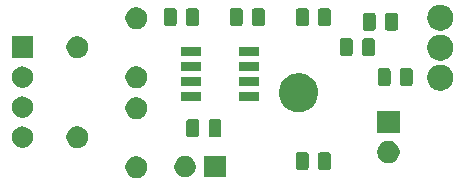
<source format=gbr>
G04 #@! TF.GenerationSoftware,KiCad,Pcbnew,5.1.5-52549c5~86~ubuntu16.04.1*
G04 #@! TF.CreationDate,2020-07-22T23:43:53+05:30*
G04 #@! TF.ProjectId,IR_Sensor_Module_555_V1.0,49525f53-656e-4736-9f72-5f4d6f64756c,rev?*
G04 #@! TF.SameCoordinates,Original*
G04 #@! TF.FileFunction,Soldermask,Top*
G04 #@! TF.FilePolarity,Negative*
%FSLAX46Y46*%
G04 Gerber Fmt 4.6, Leading zero omitted, Abs format (unit mm)*
G04 Created by KiCad (PCBNEW 5.1.5-52549c5~86~ubuntu16.04.1) date 2020-07-22 23:43:53*
%MOMM*%
%LPD*%
G04 APERTURE LIST*
%ADD10C,0.100000*%
G04 APERTURE END LIST*
D10*
G36*
X112030104Y-113409585D02*
G01*
X112198626Y-113479389D01*
X112350291Y-113580728D01*
X112479272Y-113709709D01*
X112580611Y-113861374D01*
X112650415Y-114029896D01*
X112686000Y-114208797D01*
X112686000Y-114391203D01*
X112650415Y-114570104D01*
X112580611Y-114738626D01*
X112479272Y-114890291D01*
X112350291Y-115019272D01*
X112198626Y-115120611D01*
X112030104Y-115190415D01*
X111851203Y-115226000D01*
X111668797Y-115226000D01*
X111489896Y-115190415D01*
X111321374Y-115120611D01*
X111169709Y-115019272D01*
X111040728Y-114890291D01*
X110939389Y-114738626D01*
X110869585Y-114570104D01*
X110834000Y-114391203D01*
X110834000Y-114208797D01*
X110869585Y-114029896D01*
X110939389Y-113861374D01*
X111040728Y-113709709D01*
X111169709Y-113580728D01*
X111321374Y-113479389D01*
X111489896Y-113409585D01*
X111668797Y-113374000D01*
X111851203Y-113374000D01*
X112030104Y-113409585D01*
G37*
G36*
X119333005Y-115159717D02*
G01*
X117531005Y-115159717D01*
X117531005Y-113357717D01*
X119333005Y-113357717D01*
X119333005Y-115159717D01*
G37*
G36*
X116005517Y-113362644D02*
G01*
X116154817Y-113392341D01*
X116318789Y-113460261D01*
X116466359Y-113558864D01*
X116591858Y-113684363D01*
X116690461Y-113831933D01*
X116758381Y-113995905D01*
X116793005Y-114169976D01*
X116793005Y-114347458D01*
X116758381Y-114521529D01*
X116690461Y-114685501D01*
X116591858Y-114833071D01*
X116466359Y-114958570D01*
X116318789Y-115057173D01*
X116154817Y-115125093D01*
X116005517Y-115154790D01*
X115980747Y-115159717D01*
X115803263Y-115159717D01*
X115778493Y-115154790D01*
X115629193Y-115125093D01*
X115465221Y-115057173D01*
X115317651Y-114958570D01*
X115192152Y-114833071D01*
X115093549Y-114685501D01*
X115025629Y-114521529D01*
X114991005Y-114347458D01*
X114991005Y-114169976D01*
X115025629Y-113995905D01*
X115093549Y-113831933D01*
X115192152Y-113684363D01*
X115317651Y-113558864D01*
X115465221Y-113460261D01*
X115629193Y-113392341D01*
X115778493Y-113362644D01*
X115803263Y-113357717D01*
X115980747Y-113357717D01*
X116005517Y-113362644D01*
G37*
G36*
X128055468Y-113045565D02*
G01*
X128094138Y-113057296D01*
X128129777Y-113076346D01*
X128161017Y-113101983D01*
X128186654Y-113133223D01*
X128205704Y-113168862D01*
X128217435Y-113207532D01*
X128222000Y-113253888D01*
X128222000Y-114330112D01*
X128217435Y-114376468D01*
X128205704Y-114415138D01*
X128186654Y-114450777D01*
X128161017Y-114482017D01*
X128129777Y-114507654D01*
X128094138Y-114526704D01*
X128055468Y-114538435D01*
X128009112Y-114543000D01*
X127357888Y-114543000D01*
X127311532Y-114538435D01*
X127272862Y-114526704D01*
X127237223Y-114507654D01*
X127205983Y-114482017D01*
X127180346Y-114450777D01*
X127161296Y-114415138D01*
X127149565Y-114376468D01*
X127145000Y-114330112D01*
X127145000Y-113253888D01*
X127149565Y-113207532D01*
X127161296Y-113168862D01*
X127180346Y-113133223D01*
X127205983Y-113101983D01*
X127237223Y-113076346D01*
X127272862Y-113057296D01*
X127311532Y-113045565D01*
X127357888Y-113041000D01*
X128009112Y-113041000D01*
X128055468Y-113045565D01*
G37*
G36*
X126180468Y-113045565D02*
G01*
X126219138Y-113057296D01*
X126254777Y-113076346D01*
X126286017Y-113101983D01*
X126311654Y-113133223D01*
X126330704Y-113168862D01*
X126342435Y-113207532D01*
X126347000Y-113253888D01*
X126347000Y-114330112D01*
X126342435Y-114376468D01*
X126330704Y-114415138D01*
X126311654Y-114450777D01*
X126286017Y-114482017D01*
X126254777Y-114507654D01*
X126219138Y-114526704D01*
X126180468Y-114538435D01*
X126134112Y-114543000D01*
X125482888Y-114543000D01*
X125436532Y-114538435D01*
X125397862Y-114526704D01*
X125362223Y-114507654D01*
X125330983Y-114482017D01*
X125305346Y-114450777D01*
X125286296Y-114415138D01*
X125274565Y-114376468D01*
X125270000Y-114330112D01*
X125270000Y-113253888D01*
X125274565Y-113207532D01*
X125286296Y-113168862D01*
X125305346Y-113133223D01*
X125330983Y-113101983D01*
X125362223Y-113076346D01*
X125397862Y-113057296D01*
X125436532Y-113045565D01*
X125482888Y-113041000D01*
X126134112Y-113041000D01*
X126180468Y-113045565D01*
G37*
G36*
X133373395Y-112115546D02*
G01*
X133546466Y-112187234D01*
X133563515Y-112198626D01*
X133702227Y-112291310D01*
X133834690Y-112423773D01*
X133834691Y-112423775D01*
X133938766Y-112579534D01*
X134010454Y-112752605D01*
X134047000Y-112936333D01*
X134047000Y-113123667D01*
X134010454Y-113307395D01*
X133938766Y-113480466D01*
X133938765Y-113480467D01*
X133834690Y-113636227D01*
X133702227Y-113768690D01*
X133623818Y-113821081D01*
X133546466Y-113872766D01*
X133373395Y-113944454D01*
X133189667Y-113981000D01*
X133002333Y-113981000D01*
X132818605Y-113944454D01*
X132645534Y-113872766D01*
X132568182Y-113821081D01*
X132489773Y-113768690D01*
X132357310Y-113636227D01*
X132253235Y-113480467D01*
X132253234Y-113480466D01*
X132181546Y-113307395D01*
X132145000Y-113123667D01*
X132145000Y-112936333D01*
X132181546Y-112752605D01*
X132253234Y-112579534D01*
X132357309Y-112423775D01*
X132357310Y-112423773D01*
X132489773Y-112291310D01*
X132628485Y-112198626D01*
X132645534Y-112187234D01*
X132818605Y-112115546D01*
X133002333Y-112079000D01*
X133189667Y-112079000D01*
X133373395Y-112115546D01*
G37*
G36*
X107030104Y-110869585D02*
G01*
X107198626Y-110939389D01*
X107350291Y-111040728D01*
X107479272Y-111169709D01*
X107580611Y-111321374D01*
X107650415Y-111489896D01*
X107686000Y-111668797D01*
X107686000Y-111851203D01*
X107650415Y-112030104D01*
X107580611Y-112198626D01*
X107479272Y-112350291D01*
X107350291Y-112479272D01*
X107198626Y-112580611D01*
X107030104Y-112650415D01*
X106851203Y-112686000D01*
X106668797Y-112686000D01*
X106489896Y-112650415D01*
X106321374Y-112580611D01*
X106169709Y-112479272D01*
X106040728Y-112350291D01*
X105939389Y-112198626D01*
X105869585Y-112030104D01*
X105834000Y-111851203D01*
X105834000Y-111668797D01*
X105869585Y-111489896D01*
X105939389Y-111321374D01*
X106040728Y-111169709D01*
X106169709Y-111040728D01*
X106321374Y-110939389D01*
X106489896Y-110869585D01*
X106668797Y-110834000D01*
X106851203Y-110834000D01*
X107030104Y-110869585D01*
G37*
G36*
X102221512Y-110863927D02*
G01*
X102370812Y-110893624D01*
X102534784Y-110961544D01*
X102682354Y-111060147D01*
X102807853Y-111185646D01*
X102906456Y-111333216D01*
X102974376Y-111497188D01*
X103009000Y-111671259D01*
X103009000Y-111848741D01*
X102974376Y-112022812D01*
X102906456Y-112186784D01*
X102807853Y-112334354D01*
X102682354Y-112459853D01*
X102534784Y-112558456D01*
X102370812Y-112626376D01*
X102221512Y-112656073D01*
X102196742Y-112661000D01*
X102019258Y-112661000D01*
X101994488Y-112656073D01*
X101845188Y-112626376D01*
X101681216Y-112558456D01*
X101533646Y-112459853D01*
X101408147Y-112334354D01*
X101309544Y-112186784D01*
X101241624Y-112022812D01*
X101207000Y-111848741D01*
X101207000Y-111671259D01*
X101241624Y-111497188D01*
X101309544Y-111333216D01*
X101408147Y-111185646D01*
X101533646Y-111060147D01*
X101681216Y-110961544D01*
X101845188Y-110893624D01*
X101994488Y-110863927D01*
X102019258Y-110859000D01*
X102196742Y-110859000D01*
X102221512Y-110863927D01*
G37*
G36*
X116915203Y-110257675D02*
G01*
X116953873Y-110269406D01*
X116989512Y-110288456D01*
X117020752Y-110314093D01*
X117046389Y-110345333D01*
X117065439Y-110380972D01*
X117077170Y-110419642D01*
X117081735Y-110465998D01*
X117081735Y-111542222D01*
X117077170Y-111588578D01*
X117065439Y-111627248D01*
X117046389Y-111662887D01*
X117020752Y-111694127D01*
X116989512Y-111719764D01*
X116953873Y-111738814D01*
X116915203Y-111750545D01*
X116868847Y-111755110D01*
X116217623Y-111755110D01*
X116171267Y-111750545D01*
X116132597Y-111738814D01*
X116096958Y-111719764D01*
X116065718Y-111694127D01*
X116040081Y-111662887D01*
X116021031Y-111627248D01*
X116009300Y-111588578D01*
X116004735Y-111542222D01*
X116004735Y-110465998D01*
X116009300Y-110419642D01*
X116021031Y-110380972D01*
X116040081Y-110345333D01*
X116065718Y-110314093D01*
X116096958Y-110288456D01*
X116132597Y-110269406D01*
X116171267Y-110257675D01*
X116217623Y-110253110D01*
X116868847Y-110253110D01*
X116915203Y-110257675D01*
G37*
G36*
X118790203Y-110257675D02*
G01*
X118828873Y-110269406D01*
X118864512Y-110288456D01*
X118895752Y-110314093D01*
X118921389Y-110345333D01*
X118940439Y-110380972D01*
X118952170Y-110419642D01*
X118956735Y-110465998D01*
X118956735Y-111542222D01*
X118952170Y-111588578D01*
X118940439Y-111627248D01*
X118921389Y-111662887D01*
X118895752Y-111694127D01*
X118864512Y-111719764D01*
X118828873Y-111738814D01*
X118790203Y-111750545D01*
X118743847Y-111755110D01*
X118092623Y-111755110D01*
X118046267Y-111750545D01*
X118007597Y-111738814D01*
X117971958Y-111719764D01*
X117940718Y-111694127D01*
X117915081Y-111662887D01*
X117896031Y-111627248D01*
X117884300Y-111588578D01*
X117879735Y-111542222D01*
X117879735Y-110465998D01*
X117884300Y-110419642D01*
X117896031Y-110380972D01*
X117915081Y-110345333D01*
X117940718Y-110314093D01*
X117971958Y-110288456D01*
X118007597Y-110269406D01*
X118046267Y-110257675D01*
X118092623Y-110253110D01*
X118743847Y-110253110D01*
X118790203Y-110257675D01*
G37*
G36*
X134047000Y-111441000D02*
G01*
X132145000Y-111441000D01*
X132145000Y-109539000D01*
X134047000Y-109539000D01*
X134047000Y-111441000D01*
G37*
G36*
X112030104Y-108409585D02*
G01*
X112198626Y-108479389D01*
X112350291Y-108580728D01*
X112479272Y-108709709D01*
X112580611Y-108861374D01*
X112650415Y-109029896D01*
X112686000Y-109208797D01*
X112686000Y-109391203D01*
X112650415Y-109570104D01*
X112580611Y-109738626D01*
X112479272Y-109890291D01*
X112350291Y-110019272D01*
X112198626Y-110120611D01*
X112030104Y-110190415D01*
X111851203Y-110226000D01*
X111668797Y-110226000D01*
X111489896Y-110190415D01*
X111321374Y-110120611D01*
X111169709Y-110019272D01*
X111040728Y-109890291D01*
X110939389Y-109738626D01*
X110869585Y-109570104D01*
X110834000Y-109391203D01*
X110834000Y-109208797D01*
X110869585Y-109029896D01*
X110939389Y-108861374D01*
X111040728Y-108709709D01*
X111169709Y-108580728D01*
X111321374Y-108479389D01*
X111489896Y-108409585D01*
X111668797Y-108374000D01*
X111851203Y-108374000D01*
X112030104Y-108409585D01*
G37*
G36*
X102221512Y-108323927D02*
G01*
X102370812Y-108353624D01*
X102534784Y-108421544D01*
X102682354Y-108520147D01*
X102807853Y-108645646D01*
X102906456Y-108793216D01*
X102974376Y-108957188D01*
X103009000Y-109131259D01*
X103009000Y-109308741D01*
X102974376Y-109482812D01*
X102906456Y-109646784D01*
X102807853Y-109794354D01*
X102682354Y-109919853D01*
X102534784Y-110018456D01*
X102370812Y-110086376D01*
X102221512Y-110116073D01*
X102196742Y-110121000D01*
X102019258Y-110121000D01*
X101994488Y-110116073D01*
X101845188Y-110086376D01*
X101681216Y-110018456D01*
X101533646Y-109919853D01*
X101408147Y-109794354D01*
X101309544Y-109646784D01*
X101241624Y-109482812D01*
X101207000Y-109308741D01*
X101207000Y-109131259D01*
X101241624Y-108957188D01*
X101309544Y-108793216D01*
X101408147Y-108645646D01*
X101533646Y-108520147D01*
X101681216Y-108421544D01*
X101845188Y-108353624D01*
X101994488Y-108323927D01*
X102019258Y-108319000D01*
X102196742Y-108319000D01*
X102221512Y-108323927D01*
G37*
G36*
X125875256Y-106391298D02*
G01*
X125981579Y-106412447D01*
X126282042Y-106536903D01*
X126552451Y-106717585D01*
X126782415Y-106947549D01*
X126963097Y-107217958D01*
X127087553Y-107518421D01*
X127108702Y-107624744D01*
X127147741Y-107821003D01*
X127151000Y-107837391D01*
X127151000Y-108162609D01*
X127087553Y-108481579D01*
X126963097Y-108782042D01*
X126782415Y-109052451D01*
X126552451Y-109282415D01*
X126282042Y-109463097D01*
X125981579Y-109587553D01*
X125875256Y-109608702D01*
X125662611Y-109651000D01*
X125337389Y-109651000D01*
X125124744Y-109608702D01*
X125018421Y-109587553D01*
X124717958Y-109463097D01*
X124447549Y-109282415D01*
X124217585Y-109052451D01*
X124036903Y-108782042D01*
X123912447Y-108481579D01*
X123849000Y-108162609D01*
X123849000Y-107837391D01*
X123852260Y-107821003D01*
X123891298Y-107624744D01*
X123912447Y-107518421D01*
X124036903Y-107217958D01*
X124217585Y-106947549D01*
X124447549Y-106717585D01*
X124717958Y-106536903D01*
X125018421Y-106412447D01*
X125124744Y-106391298D01*
X125337389Y-106349000D01*
X125662611Y-106349000D01*
X125875256Y-106391298D01*
G37*
G36*
X122188000Y-108732000D02*
G01*
X120486000Y-108732000D01*
X120486000Y-107930000D01*
X122188000Y-107930000D01*
X122188000Y-108732000D01*
G37*
G36*
X117258000Y-108732000D02*
G01*
X115556000Y-108732000D01*
X115556000Y-107930000D01*
X117258000Y-107930000D01*
X117258000Y-108732000D01*
G37*
G36*
X137714201Y-105640159D02*
G01*
X137820556Y-105661314D01*
X138020926Y-105744310D01*
X138201250Y-105864798D01*
X138354611Y-106018159D01*
X138475099Y-106198483D01*
X138475099Y-106198484D01*
X138558095Y-106398853D01*
X138560292Y-106409897D01*
X138595878Y-106588797D01*
X138600406Y-106611564D01*
X138600406Y-106828442D01*
X138558095Y-107041153D01*
X138526005Y-107118625D01*
X138475099Y-107241523D01*
X138354611Y-107421847D01*
X138201250Y-107575208D01*
X138020926Y-107695696D01*
X137820556Y-107778692D01*
X137714201Y-107799847D01*
X137607846Y-107821003D01*
X137390966Y-107821003D01*
X137284611Y-107799847D01*
X137178256Y-107778692D01*
X137078072Y-107737194D01*
X136977886Y-107695696D01*
X136797562Y-107575208D01*
X136644201Y-107421847D01*
X136523713Y-107241523D01*
X136472807Y-107118625D01*
X136440717Y-107041153D01*
X136398406Y-106828442D01*
X136398406Y-106611564D01*
X136402935Y-106588797D01*
X136438520Y-106409897D01*
X136440717Y-106398853D01*
X136523713Y-106198484D01*
X136523713Y-106198483D01*
X136644201Y-106018159D01*
X136797562Y-105864798D01*
X136977886Y-105744310D01*
X137078072Y-105702812D01*
X137178256Y-105661314D01*
X137284612Y-105640158D01*
X137390966Y-105619003D01*
X137607846Y-105619003D01*
X137714201Y-105640159D01*
G37*
G36*
X112030104Y-105789585D02*
G01*
X112198626Y-105859389D01*
X112350291Y-105960728D01*
X112479272Y-106089709D01*
X112580611Y-106241374D01*
X112650415Y-106409896D01*
X112686000Y-106588797D01*
X112686000Y-106771203D01*
X112650415Y-106950104D01*
X112580611Y-107118626D01*
X112479272Y-107270291D01*
X112350291Y-107399272D01*
X112198626Y-107500611D01*
X112030104Y-107570415D01*
X111851203Y-107606000D01*
X111668797Y-107606000D01*
X111489896Y-107570415D01*
X111321374Y-107500611D01*
X111169709Y-107399272D01*
X111040728Y-107270291D01*
X110939389Y-107118626D01*
X110869585Y-106950104D01*
X110834000Y-106771203D01*
X110834000Y-106588797D01*
X110869585Y-106409896D01*
X110939389Y-106241374D01*
X111040728Y-106089709D01*
X111169709Y-105960728D01*
X111321374Y-105859389D01*
X111489896Y-105789585D01*
X111668797Y-105754000D01*
X111851203Y-105754000D01*
X112030104Y-105789585D01*
G37*
G36*
X102221512Y-105783927D02*
G01*
X102370812Y-105813624D01*
X102534784Y-105881544D01*
X102682354Y-105980147D01*
X102807853Y-106105646D01*
X102906456Y-106253216D01*
X102974376Y-106417188D01*
X103009000Y-106591259D01*
X103009000Y-106768741D01*
X102974376Y-106942812D01*
X102906456Y-107106784D01*
X102807853Y-107254354D01*
X102682354Y-107379853D01*
X102534784Y-107478456D01*
X102370812Y-107546376D01*
X102225875Y-107575205D01*
X102196742Y-107581000D01*
X102019258Y-107581000D01*
X101990125Y-107575205D01*
X101845188Y-107546376D01*
X101681216Y-107478456D01*
X101533646Y-107379853D01*
X101408147Y-107254354D01*
X101309544Y-107106784D01*
X101241624Y-106942812D01*
X101207000Y-106768741D01*
X101207000Y-106591259D01*
X101241624Y-106417188D01*
X101309544Y-106253216D01*
X101408147Y-106105646D01*
X101533646Y-105980147D01*
X101681216Y-105881544D01*
X101845188Y-105813624D01*
X101994488Y-105783927D01*
X102019258Y-105779000D01*
X102196742Y-105779000D01*
X102221512Y-105783927D01*
G37*
G36*
X122188000Y-107462000D02*
G01*
X120486000Y-107462000D01*
X120486000Y-106660000D01*
X122188000Y-106660000D01*
X122188000Y-107462000D01*
G37*
G36*
X117258000Y-107462000D02*
G01*
X115556000Y-107462000D01*
X115556000Y-106660000D01*
X117258000Y-106660000D01*
X117258000Y-107462000D01*
G37*
G36*
X134991968Y-105933565D02*
G01*
X135030638Y-105945296D01*
X135066277Y-105964346D01*
X135097517Y-105989983D01*
X135123154Y-106021223D01*
X135142204Y-106056862D01*
X135153935Y-106095532D01*
X135158500Y-106141888D01*
X135158500Y-107218112D01*
X135153935Y-107264468D01*
X135142204Y-107303138D01*
X135123154Y-107338777D01*
X135097517Y-107370017D01*
X135066277Y-107395654D01*
X135030638Y-107414704D01*
X134991968Y-107426435D01*
X134945612Y-107431000D01*
X134294388Y-107431000D01*
X134248032Y-107426435D01*
X134209362Y-107414704D01*
X134173723Y-107395654D01*
X134142483Y-107370017D01*
X134116846Y-107338777D01*
X134097796Y-107303138D01*
X134086065Y-107264468D01*
X134081500Y-107218112D01*
X134081500Y-106141888D01*
X134086065Y-106095532D01*
X134097796Y-106056862D01*
X134116846Y-106021223D01*
X134142483Y-105989983D01*
X134173723Y-105964346D01*
X134209362Y-105945296D01*
X134248032Y-105933565D01*
X134294388Y-105929000D01*
X134945612Y-105929000D01*
X134991968Y-105933565D01*
G37*
G36*
X133116968Y-105933565D02*
G01*
X133155638Y-105945296D01*
X133191277Y-105964346D01*
X133222517Y-105989983D01*
X133248154Y-106021223D01*
X133267204Y-106056862D01*
X133278935Y-106095532D01*
X133283500Y-106141888D01*
X133283500Y-107218112D01*
X133278935Y-107264468D01*
X133267204Y-107303138D01*
X133248154Y-107338777D01*
X133222517Y-107370017D01*
X133191277Y-107395654D01*
X133155638Y-107414704D01*
X133116968Y-107426435D01*
X133070612Y-107431000D01*
X132419388Y-107431000D01*
X132373032Y-107426435D01*
X132334362Y-107414704D01*
X132298723Y-107395654D01*
X132267483Y-107370017D01*
X132241846Y-107338777D01*
X132222796Y-107303138D01*
X132211065Y-107264468D01*
X132206500Y-107218112D01*
X132206500Y-106141888D01*
X132211065Y-106095532D01*
X132222796Y-106056862D01*
X132241846Y-106021223D01*
X132267483Y-105989983D01*
X132298723Y-105964346D01*
X132334362Y-105945296D01*
X132373032Y-105933565D01*
X132419388Y-105929000D01*
X133070612Y-105929000D01*
X133116968Y-105933565D01*
G37*
G36*
X117258000Y-106192000D02*
G01*
X115556000Y-106192000D01*
X115556000Y-105390000D01*
X117258000Y-105390000D01*
X117258000Y-106192000D01*
G37*
G36*
X122188000Y-106192000D02*
G01*
X120486000Y-106192000D01*
X120486000Y-105390000D01*
X122188000Y-105390000D01*
X122188000Y-106192000D01*
G37*
G36*
X137714200Y-103100158D02*
G01*
X137820556Y-103121314D01*
X138020926Y-103204310D01*
X138201250Y-103324798D01*
X138354611Y-103478159D01*
X138475099Y-103658483D01*
X138475099Y-103658484D01*
X138558095Y-103858853D01*
X138560292Y-103869897D01*
X138600406Y-104071563D01*
X138600406Y-104288443D01*
X138558095Y-104501152D01*
X138475099Y-104701523D01*
X138354611Y-104881847D01*
X138201250Y-105035208D01*
X138020926Y-105155696D01*
X137820556Y-105238692D01*
X137714200Y-105259848D01*
X137607846Y-105281003D01*
X137390966Y-105281003D01*
X137284612Y-105259848D01*
X137178256Y-105238692D01*
X136977886Y-105155696D01*
X136797562Y-105035208D01*
X136644201Y-104881847D01*
X136523713Y-104701523D01*
X136440717Y-104501152D01*
X136398406Y-104288443D01*
X136398406Y-104071563D01*
X136438520Y-103869897D01*
X136440717Y-103858853D01*
X136523713Y-103658484D01*
X136523713Y-103658483D01*
X136644201Y-103478159D01*
X136797562Y-103324798D01*
X136977886Y-103204310D01*
X137078072Y-103162812D01*
X137178256Y-103121314D01*
X137284611Y-103100159D01*
X137390966Y-103079003D01*
X137607846Y-103079003D01*
X137714200Y-103100158D01*
G37*
G36*
X107030104Y-103249585D02*
G01*
X107198626Y-103319389D01*
X107350291Y-103420728D01*
X107479272Y-103549709D01*
X107580611Y-103701374D01*
X107650415Y-103869896D01*
X107686000Y-104048797D01*
X107686000Y-104231203D01*
X107650415Y-104410104D01*
X107580611Y-104578626D01*
X107479272Y-104730291D01*
X107350291Y-104859272D01*
X107198626Y-104960611D01*
X107030104Y-105030415D01*
X106851203Y-105066000D01*
X106668797Y-105066000D01*
X106489896Y-105030415D01*
X106321374Y-104960611D01*
X106169709Y-104859272D01*
X106040728Y-104730291D01*
X105939389Y-104578626D01*
X105869585Y-104410104D01*
X105834000Y-104231203D01*
X105834000Y-104048797D01*
X105869585Y-103869896D01*
X105939389Y-103701374D01*
X106040728Y-103549709D01*
X106169709Y-103420728D01*
X106321374Y-103319389D01*
X106489896Y-103249585D01*
X106668797Y-103214000D01*
X106851203Y-103214000D01*
X107030104Y-103249585D01*
G37*
G36*
X103009000Y-105041000D02*
G01*
X101207000Y-105041000D01*
X101207000Y-103239000D01*
X103009000Y-103239000D01*
X103009000Y-105041000D01*
G37*
G36*
X122188000Y-104922000D02*
G01*
X120486000Y-104922000D01*
X120486000Y-104120000D01*
X122188000Y-104120000D01*
X122188000Y-104922000D01*
G37*
G36*
X117258000Y-104922000D02*
G01*
X115556000Y-104922000D01*
X115556000Y-104120000D01*
X117258000Y-104120000D01*
X117258000Y-104922000D01*
G37*
G36*
X131786968Y-103393565D02*
G01*
X131825638Y-103405296D01*
X131861277Y-103424346D01*
X131892517Y-103449983D01*
X131918154Y-103481223D01*
X131937204Y-103516862D01*
X131948935Y-103555532D01*
X131953500Y-103601888D01*
X131953500Y-104678112D01*
X131948935Y-104724468D01*
X131937204Y-104763138D01*
X131918154Y-104798777D01*
X131892517Y-104830017D01*
X131861277Y-104855654D01*
X131825638Y-104874704D01*
X131786968Y-104886435D01*
X131740612Y-104891000D01*
X131089388Y-104891000D01*
X131043032Y-104886435D01*
X131004362Y-104874704D01*
X130968723Y-104855654D01*
X130937483Y-104830017D01*
X130911846Y-104798777D01*
X130892796Y-104763138D01*
X130881065Y-104724468D01*
X130876500Y-104678112D01*
X130876500Y-103601888D01*
X130881065Y-103555532D01*
X130892796Y-103516862D01*
X130911846Y-103481223D01*
X130937483Y-103449983D01*
X130968723Y-103424346D01*
X131004362Y-103405296D01*
X131043032Y-103393565D01*
X131089388Y-103389000D01*
X131740612Y-103389000D01*
X131786968Y-103393565D01*
G37*
G36*
X129911968Y-103393565D02*
G01*
X129950638Y-103405296D01*
X129986277Y-103424346D01*
X130017517Y-103449983D01*
X130043154Y-103481223D01*
X130062204Y-103516862D01*
X130073935Y-103555532D01*
X130078500Y-103601888D01*
X130078500Y-104678112D01*
X130073935Y-104724468D01*
X130062204Y-104763138D01*
X130043154Y-104798777D01*
X130017517Y-104830017D01*
X129986277Y-104855654D01*
X129950638Y-104874704D01*
X129911968Y-104886435D01*
X129865612Y-104891000D01*
X129214388Y-104891000D01*
X129168032Y-104886435D01*
X129129362Y-104874704D01*
X129093723Y-104855654D01*
X129062483Y-104830017D01*
X129036846Y-104798777D01*
X129017796Y-104763138D01*
X129006065Y-104724468D01*
X129001500Y-104678112D01*
X129001500Y-103601888D01*
X129006065Y-103555532D01*
X129017796Y-103516862D01*
X129036846Y-103481223D01*
X129062483Y-103449983D01*
X129093723Y-103424346D01*
X129129362Y-103405296D01*
X129168032Y-103393565D01*
X129214388Y-103389000D01*
X129865612Y-103389000D01*
X129911968Y-103393565D01*
G37*
G36*
X133730224Y-101248731D02*
G01*
X133768894Y-101260462D01*
X133804533Y-101279512D01*
X133835773Y-101305149D01*
X133861410Y-101336389D01*
X133880460Y-101372028D01*
X133892191Y-101410698D01*
X133896756Y-101457054D01*
X133896756Y-102533278D01*
X133892191Y-102579634D01*
X133880460Y-102618304D01*
X133861410Y-102653943D01*
X133835773Y-102685183D01*
X133804533Y-102710820D01*
X133768894Y-102729870D01*
X133730224Y-102741601D01*
X133683868Y-102746166D01*
X133032644Y-102746166D01*
X132986288Y-102741601D01*
X132947618Y-102729870D01*
X132911979Y-102710820D01*
X132880739Y-102685183D01*
X132855102Y-102653943D01*
X132836052Y-102618304D01*
X132824321Y-102579634D01*
X132819756Y-102533278D01*
X132819756Y-101457054D01*
X132824321Y-101410698D01*
X132836052Y-101372028D01*
X132855102Y-101336389D01*
X132880739Y-101305149D01*
X132911979Y-101279512D01*
X132947618Y-101260462D01*
X132986288Y-101248731D01*
X133032644Y-101244166D01*
X133683868Y-101244166D01*
X133730224Y-101248731D01*
G37*
G36*
X131855224Y-101248731D02*
G01*
X131893894Y-101260462D01*
X131929533Y-101279512D01*
X131960773Y-101305149D01*
X131986410Y-101336389D01*
X132005460Y-101372028D01*
X132017191Y-101410698D01*
X132021756Y-101457054D01*
X132021756Y-102533278D01*
X132017191Y-102579634D01*
X132005460Y-102618304D01*
X131986410Y-102653943D01*
X131960773Y-102685183D01*
X131929533Y-102710820D01*
X131893894Y-102729870D01*
X131855224Y-102741601D01*
X131808868Y-102746166D01*
X131157644Y-102746166D01*
X131111288Y-102741601D01*
X131072618Y-102729870D01*
X131036979Y-102710820D01*
X131005739Y-102685183D01*
X130980102Y-102653943D01*
X130961052Y-102618304D01*
X130949321Y-102579634D01*
X130944756Y-102533278D01*
X130944756Y-101457054D01*
X130949321Y-101410698D01*
X130961052Y-101372028D01*
X130980102Y-101336389D01*
X131005739Y-101305149D01*
X131036979Y-101279512D01*
X131072618Y-101260462D01*
X131111288Y-101248731D01*
X131157644Y-101244166D01*
X131808868Y-101244166D01*
X131855224Y-101248731D01*
G37*
G36*
X137714200Y-100560158D02*
G01*
X137820556Y-100581314D01*
X137920740Y-100622812D01*
X138020926Y-100664310D01*
X138201250Y-100784798D01*
X138354611Y-100938159D01*
X138475099Y-101118483D01*
X138475099Y-101118484D01*
X138558095Y-101318853D01*
X138576364Y-101410698D01*
X138600406Y-101531563D01*
X138600406Y-101748443D01*
X138558095Y-101961152D01*
X138475099Y-102161523D01*
X138354611Y-102341847D01*
X138201250Y-102495208D01*
X138020926Y-102615696D01*
X137994835Y-102626503D01*
X137820556Y-102698692D01*
X137714201Y-102719847D01*
X137607846Y-102741003D01*
X137390966Y-102741003D01*
X137284611Y-102719847D01*
X137178256Y-102698692D01*
X137003977Y-102626503D01*
X136977886Y-102615696D01*
X136797562Y-102495208D01*
X136644201Y-102341847D01*
X136523713Y-102161523D01*
X136440717Y-101961152D01*
X136398406Y-101748443D01*
X136398406Y-101531563D01*
X136422448Y-101410698D01*
X136440717Y-101318853D01*
X136523713Y-101118484D01*
X136523713Y-101118483D01*
X136644201Y-100938159D01*
X136797562Y-100784798D01*
X136977886Y-100664310D01*
X137178256Y-100581314D01*
X137284612Y-100560158D01*
X137390966Y-100539003D01*
X137607846Y-100539003D01*
X137714200Y-100560158D01*
G37*
G36*
X112030104Y-100789585D02*
G01*
X112198626Y-100859389D01*
X112350291Y-100960728D01*
X112479272Y-101089709D01*
X112580611Y-101241374D01*
X112650415Y-101409896D01*
X112686000Y-101588797D01*
X112686000Y-101771203D01*
X112650415Y-101950104D01*
X112580611Y-102118626D01*
X112479272Y-102270291D01*
X112350291Y-102399272D01*
X112198626Y-102500611D01*
X112030104Y-102570415D01*
X111851203Y-102606000D01*
X111668797Y-102606000D01*
X111489896Y-102570415D01*
X111321374Y-102500611D01*
X111169709Y-102399272D01*
X111040728Y-102270291D01*
X110939389Y-102118626D01*
X110869585Y-101950104D01*
X110834000Y-101771203D01*
X110834000Y-101588797D01*
X110869585Y-101409896D01*
X110939389Y-101241374D01*
X111040728Y-101089709D01*
X111169709Y-100960728D01*
X111321374Y-100859389D01*
X111489896Y-100789585D01*
X111668797Y-100754000D01*
X111851203Y-100754000D01*
X112030104Y-100789585D01*
G37*
G36*
X128055468Y-100860445D02*
G01*
X128094138Y-100872176D01*
X128129777Y-100891226D01*
X128161017Y-100916863D01*
X128186654Y-100948103D01*
X128205704Y-100983742D01*
X128217435Y-101022412D01*
X128222000Y-101068768D01*
X128222000Y-102144992D01*
X128217435Y-102191348D01*
X128205704Y-102230018D01*
X128186654Y-102265657D01*
X128161017Y-102296897D01*
X128129777Y-102322534D01*
X128094138Y-102341584D01*
X128055468Y-102353315D01*
X128009112Y-102357880D01*
X127357888Y-102357880D01*
X127311532Y-102353315D01*
X127272862Y-102341584D01*
X127237223Y-102322534D01*
X127205983Y-102296897D01*
X127180346Y-102265657D01*
X127161296Y-102230018D01*
X127149565Y-102191348D01*
X127145000Y-102144992D01*
X127145000Y-101068768D01*
X127149565Y-101022412D01*
X127161296Y-100983742D01*
X127180346Y-100948103D01*
X127205983Y-100916863D01*
X127237223Y-100891226D01*
X127272862Y-100872176D01*
X127311532Y-100860445D01*
X127357888Y-100855880D01*
X128009112Y-100855880D01*
X128055468Y-100860445D01*
G37*
G36*
X126180468Y-100860445D02*
G01*
X126219138Y-100872176D01*
X126254777Y-100891226D01*
X126286017Y-100916863D01*
X126311654Y-100948103D01*
X126330704Y-100983742D01*
X126342435Y-101022412D01*
X126347000Y-101068768D01*
X126347000Y-102144992D01*
X126342435Y-102191348D01*
X126330704Y-102230018D01*
X126311654Y-102265657D01*
X126286017Y-102296897D01*
X126254777Y-102322534D01*
X126219138Y-102341584D01*
X126180468Y-102353315D01*
X126134112Y-102357880D01*
X125482888Y-102357880D01*
X125436532Y-102353315D01*
X125397862Y-102341584D01*
X125362223Y-102322534D01*
X125330983Y-102296897D01*
X125305346Y-102265657D01*
X125286296Y-102230018D01*
X125274565Y-102191348D01*
X125270000Y-102144992D01*
X125270000Y-101068768D01*
X125274565Y-101022412D01*
X125286296Y-100983742D01*
X125305346Y-100948103D01*
X125330983Y-100916863D01*
X125362223Y-100891226D01*
X125397862Y-100872176D01*
X125436532Y-100860445D01*
X125482888Y-100855880D01*
X126134112Y-100855880D01*
X126180468Y-100860445D01*
G37*
G36*
X122467468Y-100853565D02*
G01*
X122506138Y-100865296D01*
X122541777Y-100884346D01*
X122573017Y-100909983D01*
X122598654Y-100941223D01*
X122617704Y-100976862D01*
X122629435Y-101015532D01*
X122634000Y-101061888D01*
X122634000Y-102138112D01*
X122629435Y-102184468D01*
X122617704Y-102223138D01*
X122598654Y-102258777D01*
X122573017Y-102290017D01*
X122541777Y-102315654D01*
X122506138Y-102334704D01*
X122467468Y-102346435D01*
X122421112Y-102351000D01*
X121769888Y-102351000D01*
X121723532Y-102346435D01*
X121684862Y-102334704D01*
X121649223Y-102315654D01*
X121617983Y-102290017D01*
X121592346Y-102258777D01*
X121573296Y-102223138D01*
X121561565Y-102184468D01*
X121557000Y-102138112D01*
X121557000Y-101061888D01*
X121561565Y-101015532D01*
X121573296Y-100976862D01*
X121592346Y-100941223D01*
X121617983Y-100909983D01*
X121649223Y-100884346D01*
X121684862Y-100865296D01*
X121723532Y-100853565D01*
X121769888Y-100849000D01*
X122421112Y-100849000D01*
X122467468Y-100853565D01*
G37*
G36*
X120592468Y-100853565D02*
G01*
X120631138Y-100865296D01*
X120666777Y-100884346D01*
X120698017Y-100909983D01*
X120723654Y-100941223D01*
X120742704Y-100976862D01*
X120754435Y-101015532D01*
X120759000Y-101061888D01*
X120759000Y-102138112D01*
X120754435Y-102184468D01*
X120742704Y-102223138D01*
X120723654Y-102258777D01*
X120698017Y-102290017D01*
X120666777Y-102315654D01*
X120631138Y-102334704D01*
X120592468Y-102346435D01*
X120546112Y-102351000D01*
X119894888Y-102351000D01*
X119848532Y-102346435D01*
X119809862Y-102334704D01*
X119774223Y-102315654D01*
X119742983Y-102290017D01*
X119717346Y-102258777D01*
X119698296Y-102223138D01*
X119686565Y-102184468D01*
X119682000Y-102138112D01*
X119682000Y-101061888D01*
X119686565Y-101015532D01*
X119698296Y-100976862D01*
X119717346Y-100941223D01*
X119742983Y-100909983D01*
X119774223Y-100884346D01*
X119809862Y-100865296D01*
X119848532Y-100853565D01*
X119894888Y-100849000D01*
X120546112Y-100849000D01*
X120592468Y-100853565D01*
G37*
G36*
X116879468Y-100853565D02*
G01*
X116918138Y-100865296D01*
X116953777Y-100884346D01*
X116985017Y-100909983D01*
X117010654Y-100941223D01*
X117029704Y-100976862D01*
X117041435Y-101015532D01*
X117046000Y-101061888D01*
X117046000Y-102138112D01*
X117041435Y-102184468D01*
X117029704Y-102223138D01*
X117010654Y-102258777D01*
X116985017Y-102290017D01*
X116953777Y-102315654D01*
X116918138Y-102334704D01*
X116879468Y-102346435D01*
X116833112Y-102351000D01*
X116181888Y-102351000D01*
X116135532Y-102346435D01*
X116096862Y-102334704D01*
X116061223Y-102315654D01*
X116029983Y-102290017D01*
X116004346Y-102258777D01*
X115985296Y-102223138D01*
X115973565Y-102184468D01*
X115969000Y-102138112D01*
X115969000Y-101061888D01*
X115973565Y-101015532D01*
X115985296Y-100976862D01*
X116004346Y-100941223D01*
X116029983Y-100909983D01*
X116061223Y-100884346D01*
X116096862Y-100865296D01*
X116135532Y-100853565D01*
X116181888Y-100849000D01*
X116833112Y-100849000D01*
X116879468Y-100853565D01*
G37*
G36*
X115004468Y-100853565D02*
G01*
X115043138Y-100865296D01*
X115078777Y-100884346D01*
X115110017Y-100909983D01*
X115135654Y-100941223D01*
X115154704Y-100976862D01*
X115166435Y-101015532D01*
X115171000Y-101061888D01*
X115171000Y-102138112D01*
X115166435Y-102184468D01*
X115154704Y-102223138D01*
X115135654Y-102258777D01*
X115110017Y-102290017D01*
X115078777Y-102315654D01*
X115043138Y-102334704D01*
X115004468Y-102346435D01*
X114958112Y-102351000D01*
X114306888Y-102351000D01*
X114260532Y-102346435D01*
X114221862Y-102334704D01*
X114186223Y-102315654D01*
X114154983Y-102290017D01*
X114129346Y-102258777D01*
X114110296Y-102223138D01*
X114098565Y-102184468D01*
X114094000Y-102138112D01*
X114094000Y-101061888D01*
X114098565Y-101015532D01*
X114110296Y-100976862D01*
X114129346Y-100941223D01*
X114154983Y-100909983D01*
X114186223Y-100884346D01*
X114221862Y-100865296D01*
X114260532Y-100853565D01*
X114306888Y-100849000D01*
X114958112Y-100849000D01*
X115004468Y-100853565D01*
G37*
M02*

</source>
